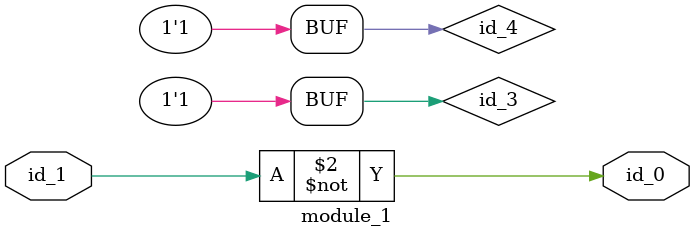
<source format=v>
module module_0 (
    id_1,
    id_2,
    id_3
);
  inout wire id_3;
  output wire id_2;
  input wire id_1;
  wire id_4;
endmodule
module module_1 (
    output wand id_0,
    input  wire id_1
);
  assign id_0 = (1);
  supply1 id_3, id_4;
  module_0 modCall_1 (
      id_3,
      id_3,
      id_4
  );
  wire id_5;
  nand primCall (id_0, id_1, id_3);
  assign id_3 = 1;
  wire  id_6  ,  id_7  ,  id_8  ,  id_9  ,  id_10  ,  id_11  ,  id_12  ,  id_13  ,  id_14  ,  id_15  ,  id_16  ,  id_17  ,  id_18  ,  id_19  ,  id_20  ;
endmodule

</source>
